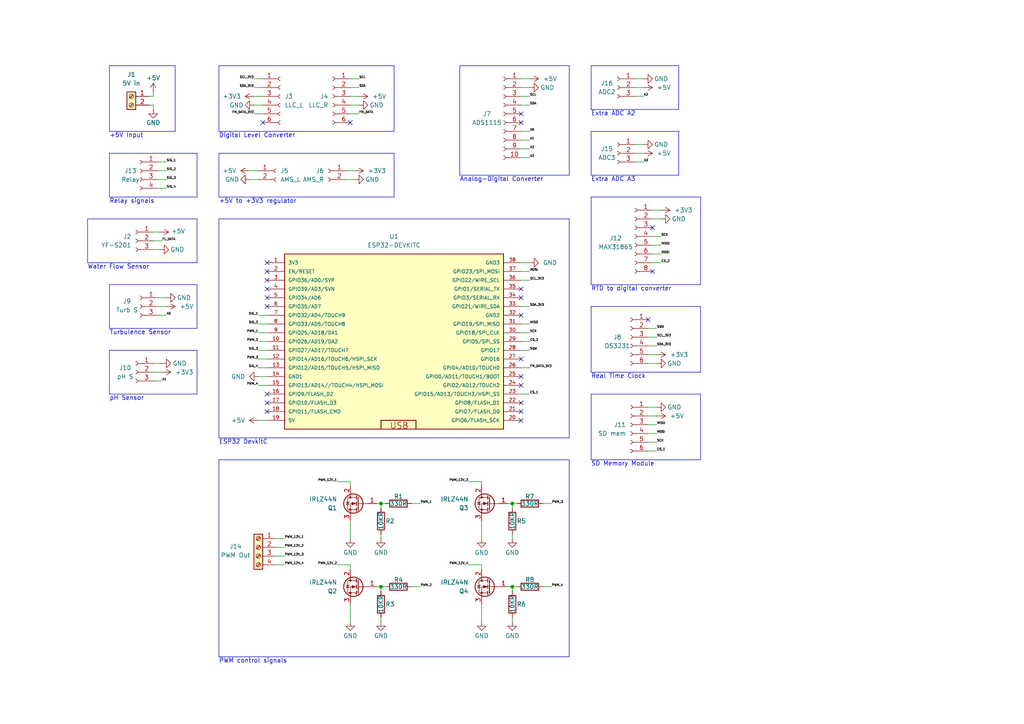
<source format=kicad_sch>
(kicad_sch (version 20250114) (generator "eeschema") (generator_version "9.0")
  (paper "A4")
  (lib_symbols
    (symbol "Connector:Conn_01x02_Socket" (pin_names (offset 1.016) (hide yes))
      (property "Reference" "J" (at 0 2.54 0))
      (property "Value" "Conn_01x02_Socket" (at 0 -5.08 0))
      (symbol "Conn_01x02_Socket_1_1"
        (polyline (pts (xy -1.27 0) (xy -0.508 0)) (stroke (width 0.1524)))
        (polyline (pts (xy -1.27 -2.54) (xy -0.508 -2.54)) (stroke (width 0.1524)))
        (arc (start 0 -0.508) (mid -0.5058 0) (end 0 0.508) (stroke (width 0.1524)))
        (arc (start 0 -3.048) (mid -0.5058 -2.54) (end 0 -2.032) (stroke (width 0.1524)))
        (pin passive line (at -5.08 0 0) (length 3.81) (name "Pin_1") (number "1"))
        (pin passive line (at -5.08 -2.54 0) (length 3.81) (name "Pin_2") (number "2"))
      )
    )
    (symbol "Connector:Conn_01x03_Socket" (pin_names (offset 1.016) (hide yes))
      (property "Reference" "J" (at 0 5.08 0))
      (property "Value" "Conn_01x03_Socket" (at 0 -5.08 0))
      (symbol "Conn_01x03_Socket_1_1"
        (polyline (pts (xy -1.27 2.54) (xy -0.508 2.54)) (stroke (width 0.1524)))
        (polyline (pts (xy -1.27 0) (xy -0.508 0)) (stroke (width 0.1524)))
        (polyline (pts (xy -1.27 -2.54) (xy -0.508 -2.54)) (stroke (width 0.1524)))
        (arc (start 0 2.032) (mid -0.5058 2.54) (end 0 3.048) (stroke (width 0.1524)))
        (arc (start 0 -0.508) (mid -0.5058 0) (end 0 0.508) (stroke (width 0.1524)))
        (arc (start 0 -3.048) (mid -0.5058 -2.54) (end 0 -2.032) (stroke (width 0.1524)))
        (pin passive line (at -5.08 2.54 0) (length 3.81) (name "Pin_1") (number "1"))
        (pin passive line (at -5.08 0 0) (length 3.81) (name "Pin_2") (number "2"))
        (pin passive line (at -5.08 -2.54 0) (length 3.81) (name "Pin_3") (number "3"))
      )
    )
    (symbol "Connector:Conn_01x04_Socket" (pin_names (offset 1.016) (hide yes))
      (property "Reference" "J" (at 0 5.08 0))
      (property "Value" "Conn_01x04_Socket" (at 0 -7.62 0))
      (symbol "Conn_01x04_Socket_1_1"
        (polyline (pts (xy -1.27 2.54) (xy -0.508 2.54)) (stroke (width 0.1524)))
        (polyline (pts (xy -1.27 0) (xy -0.508 0)) (stroke (width 0.1524)))
        (polyline (pts (xy -1.27 -2.54) (xy -0.508 -2.54)) (stroke (width 0.1524)))
        (polyline (pts (xy -1.27 -5.08) (xy -0.508 -5.08)) (stroke (width 0.1524)))
        (arc (start 0 2.032) (mid -0.5058 2.54) (end 0 3.048) (stroke (width 0.1524)))
        (arc (start 0 -0.508) (mid -0.5058 0) (end 0 0.508) (stroke (width 0.1524)))
        (arc (start 0 -3.048) (mid -0.5058 -2.54) (end 0 -2.032) (stroke (width 0.1524)))
        (arc (start 0 -5.588) (mid -0.5058 -5.08) (end 0 -4.572) (stroke (width 0.1524)))
        (pin passive line (at -5.08 2.54 0) (length 3.81) (name "Pin_1") (number "1"))
        (pin passive line (at -5.08 0 0) (length 3.81) (name "Pin_2") (number "2"))
        (pin passive line (at -5.08 -2.54 0) (length 3.81) (name "Pin_3") (number "3"))
        (pin passive line (at -5.08 -5.08 0) (length 3.81) (name "Pin_4") (number "4"))
      )
    )
    (symbol "Connector:Conn_01x06_Socket" (pin_names (offset 1.016) (hide yes))
      (property "Reference" "J" (at 0 7.62 0))
      (property "Value" "Conn_01x06_Socket" (at 0 -10.16 0))
      (symbol "Conn_01x06_Socket_1_1"
        (polyline (pts (xy -1.27 5.08) (xy -0.508 5.08)) (stroke (width 0.1524)))
        (polyline (pts (xy -1.27 2.54) (xy -0.508 2.54)) (stroke (width 0.1524)))
        (polyline (pts (xy -1.27 0) (xy -0.508 0)) (stroke (width 0.1524)))
        (polyline (pts (xy -1.27 -2.54) (xy -0.508 -2.54)) (stroke (width 0.1524)))
        (polyline (pts (xy -1.27 -5.08) (xy -0.508 -5.08)) (stroke (width 0.1524)))
        (polyline (pts (xy -1.27 -7.62) (xy -0.508 -7.62)) (stroke (width 0.1524)))
        (arc (start 0 4.572) (mid -0.5058 5.08) (end 0 5.588) (stroke (width 0.1524)))
        (arc (start 0 2.032) (mid -0.5058 2.54) (end 0 3.048) (stroke (width 0.1524)))
        (arc (start 0 -0.508) (mid -0.5058 0) (end 0 0.508) (stroke (width 0.1524)))
        (arc (start 0 -3.048) (mid -0.5058 -2.54) (end 0 -2.032) (stroke (width 0.1524)))
        (arc (start 0 -5.588) (mid -0.5058 -5.08) (end 0 -4.572) (stroke (width 0.1524)))
        (arc (start 0 -8.128) (mid -0.5058 -7.62) (end 0 -7.112) (stroke (width 0.1524)))
        (pin passive line (at -5.08 5.08 0) (length 3.81) (name "Pin_1") (number "1"))
        (pin passive line (at -5.08 2.54 0) (length 3.81) (name "Pin_2") (number "2"))
        (pin passive line (at -5.08 0 0) (length 3.81) (name "Pin_3") (number "3"))
        (pin passive line (at -5.08 -2.54 0) (length 3.81) (name "Pin_4") (number "4"))
        (pin passive line (at -5.08 -5.08 0) (length 3.81) (name "Pin_5") (number "5"))
        (pin passive line (at -5.08 -7.62 0) (length 3.81) (name "Pin_6") (number "6"))
      )
    )
    (symbol "Connector:Conn_01x08_Socket" (pin_names (offset 1.016) (hide yes))
      (property "Reference" "J" (at 0 10.16 0))
      (property "Value" "Conn_01x08_Socket" (at 0 -12.7 0))
      (symbol "Conn_01x08_Socket_1_1"
        (polyline (pts (xy -1.27 7.62) (xy -0.508 7.62)) (stroke (width 0.1524)))
        (polyline (pts (xy -1.27 5.08) (xy -0.508 5.08)) (stroke (width 0.1524)))
        (polyline (pts (xy -1.27 2.54) (xy -0.508 2.54)) (stroke (width 0.1524)))
        (polyline (pts (xy -1.27 0) (xy -0.508 0)) (stroke (width 0.1524)))
        (polyline (pts (xy -1.27 -2.54) (xy -0.508 -2.54)) (stroke (width 0.1524)))
        (polyline (pts (xy -1.27 -5.08) (xy -0.508 -5.08)) (stroke (width 0.1524)))
        (polyline (pts (xy -1.27 -7.62) (xy -0.508 -7.62)) (stroke (width 0.1524)))
        (polyline (pts (xy -1.27 -10.16) (xy -0.508 -10.16)) (stroke (width 0.1524)))
        (arc (start 0 7.112) (mid -0.5058 7.62) (end 0 8.128) (stroke (width 0.1524)))
        (arc (start 0 4.572) (mid -0.5058 5.08) (end 0 5.588) (stroke (width 0.1524)))
        (arc (start 0 2.032) (mid -0.5058 2.54) (end 0 3.048) (stroke (width 0.1524)))
        (arc (start 0 -0.508) (mid -0.5058 0) (end 0 0.508) (stroke (width 0.1524)))
        (arc (start 0 -3.048) (mid -0.5058 -2.54) (end 0 -2.032) (stroke (width 0.1524)))
        (arc (start 0 -5.588) (mid -0.5058 -5.08) (end 0 -4.572) (stroke (width 0.1524)))
        (arc (start 0 -8.128) (mid -0.5058 -7.62) (end 0 -7.112) (stroke (width 0.1524)))
        (arc (start 0 -10.668) (mid -0.5058 -10.16) (end 0 -9.652) (stroke (width 0.1524)))
        (pin passive line (at -5.08 7.62 0) (length 3.81) (name "Pin_1") (number "1"))
        (pin passive line (at -5.08 5.08 0) (length 3.81) (name "Pin_2") (number "2"))
        (pin passive line (at -5.08 2.54 0) (length 3.81) (name "Pin_3") (number "3"))
        (pin passive line (at -5.08 0 0) (length 3.81) (name "Pin_4") (number "4"))
        (pin passive line (at -5.08 -2.54 0) (length 3.81) (name "Pin_5") (number "5"))
        (pin passive line (at -5.08 -5.08 0) (length 3.81) (name "Pin_6") (number "6"))
        (pin passive line (at -5.08 -7.62 0) (length 3.81) (name "Pin_7") (number "7"))
        (pin passive line (at -5.08 -10.16 0) (length 3.81) (name "Pin_8") (number "8"))
      )
    )
    (symbol "Connector:Conn_01x10_Socket" (pin_names (offset 1.016) (hide yes))
      (property "Reference" "J" (at 0 12.7 0))
      (property "Value" "Conn_01x10_Socket" (at 0 -15.24 0))
      (symbol "Conn_01x10_Socket_1_1"
        (polyline (pts (xy -1.27 10.16) (xy -0.508 10.16)) (stroke (width 0.1524)))
        (polyline (pts (xy -1.27 7.62) (xy -0.508 7.62)) (stroke (width 0.1524)))
        (polyline (pts (xy -1.27 5.08) (xy -0.508 5.08)) (stroke (width 0.1524)))
        (polyline (pts (xy -1.27 2.54) (xy -0.508 2.54)) (stroke (width 0.1524)))
        (polyline (pts (xy -1.27 0) (xy -0.508 0)) (stroke (width 0.1524)))
        (polyline (pts (xy -1.27 -2.54) (xy -0.508 -2.54)) (stroke (width 0.1524)))
        (polyline (pts (xy -1.27 -5.08) (xy -0.508 -5.08)) (stroke (width 0.1524)))
        (polyline (pts (xy -1.27 -7.62) (xy -0.508 -7.62)) (stroke (width 0.1524)))
        (polyline (pts (xy -1.27 -10.16) (xy -0.508 -10.16)) (stroke (width 0.1524)))
        (polyline (pts (xy -1.27 -12.7) (xy -0.508 -12.7)) (stroke (width 0.1524)))
        (arc (start 0 9.652) (mid -0.5058 10.16) (end 0 10.668) (stroke (width 0.1524)))
        (arc (start 0 7.112) (mid -0.5058 7.62) (end 0 8.128) (stroke (width 0.1524)))
        (arc (start 0 4.572) (mid -0.5058 5.08) (end 0 5.588) (stroke (width 0.1524)))
        (arc (start 0 2.032) (mid -0.5058 2.54) (end 0 3.048) (stroke (width 0.1524)))
        (arc (start 0 -0.508) (mid -0.5058 0) (end 0 0.508) (stroke (width 0.1524)))
        (arc (start 0 -3.048) (mid -0.5058 -2.54) (end 0 -2.032) (stroke (width 0.1524)))
        (arc (start 0 -5.588) (mid -0.5058 -5.08) (end 0 -4.572) (stroke (width 0.1524)))
        (arc (start 0 -8.128) (mid -0.5058 -7.62) (end 0 -7.112) (stroke (width 0.1524)))
        (arc (start 0 -10.668) (mid -0.5058 -10.16) (end 0 -9.652) (stroke (width 0.1524)))
        (arc (start 0 -13.208) (mid -0.5058 -12.7) (end 0 -12.192) (stroke (width 0.1524)))
        (pin passive line (at -5.08 10.16 0) (length 3.81) (name "Pin_1") (number "1"))
        (pin passive line (at -5.08 7.62 0) (length 3.81) (name "Pin_2") (number "2"))
        (pin passive line (at -5.08 5.08 0) (length 3.81) (name "Pin_3") (number "3"))
        (pin passive line (at -5.08 2.54 0) (length 3.81) (name "Pin_4") (number "4"))
        (pin passive line (at -5.08 0 0) (length 3.81) (name "Pin_5") (number "5"))
        (pin passive line (at -5.08 -2.54 0) (length 3.81) (name "Pin_6") (number "6"))
        (pin passive line (at -5.08 -5.08 0) (length 3.81) (name "Pin_7") (number "7"))
        (pin passive line (at -5.08 -7.62 0) (length 3.81) (name "Pin_8") (number "8"))
        (pin passive line (at -5.08 -10.16 0) (length 3.81) (name "Pin_9") (number "9"))
        (pin passive line (at -5.08 -12.7 0) (length 3.81) (name "Pin_10") (number "10"))
      )
    )
    (symbol "Connector:Screw_Terminal_01x02" (pin_names (offset 1.016) (hide yes))
      (property "Reference" "J" (at 0 2.54 0))
      (property "Value" "Screw_Terminal_01x02" (at 0 -5.08 0))
      (symbol "Screw_Terminal_01x02_1_1"
        (rectangle (start -1.27 1.27) (end 1.27 -3.81) (stroke (width 0.254)) (fill (type background)))
        (polyline (pts (xy -0.5334 0.3302) (xy 0.3302 -0.508)) (stroke (width 0.1524)))
        (polyline (pts (xy -0.5334 -2.2098) (xy 0.3302 -3.048)) (stroke (width 0.1524)))
        (polyline (pts (xy -0.3556 0.508) (xy 0.508 -0.3302)) (stroke (width 0.1524)))
        (polyline (pts (xy -0.3556 -2.032) (xy 0.508 -2.8702)) (stroke (width 0.1524)))
        (circle (center 0 0) (radius 0.635) (stroke (width 0.1524)))
        (circle (center 0 -2.54) (radius 0.635) (stroke (width 0.1524)))
        (pin passive line (at -5.08 0 0) (length 3.81) (name "Pin_1") (number "1"))
        (pin passive line (at -5.08 -2.54 0) (length 3.81) (name "Pin_2") (number "2"))
      )
    )
    (symbol "Connector:Screw_Terminal_01x04" (pin_names (offset 1.016) (hide yes))
      (property "Reference" "J" (at 0 5.08 0))
      (property "Value" "Screw_Terminal_01x04" (at 0 -7.62 0))
      (symbol "Screw_Terminal_01x04_1_1"
        (rectangle (start -1.27 3.81) (end 1.27 -6.35) (stroke (width 0.254)) (fill (type background)))
        (polyline (pts (xy -0.5334 2.8702) (xy 0.3302 2.032)) (stroke (width 0.1524)))
        (polyline (pts (xy -0.5334 0.3302) (xy 0.3302 -0.508)) (stroke (width 0.1524)))
        (polyline (pts (xy -0.5334 -2.2098) (xy 0.3302 -3.048)) (stroke (width 0.1524)))
        (polyline (pts (xy -0.5334 -4.7498) (xy 0.3302 -5.588)) (stroke (width 0.1524)))
        (polyline (pts (xy -0.3556 3.048) (xy 0.508 2.2098)) (stroke (width 0.1524)))
        (polyline (pts (xy -0.3556 0.508) (xy 0.508 -0.3302)) (stroke (width 0.1524)))
        (polyline (pts (xy -0.3556 -2.032) (xy 0.508 -2.8702)) (stroke (width 0.1524)))
        (polyline (pts (xy -0.3556 -4.572) (xy 0.508 -5.4102)) (stroke (width 0.1524)))
        (circle (center 0 2.54) (radius 0.635) (stroke (width 0.1524)))
        (circle (center 0 0) (radius 0.635) (stroke (width 0.1524)))
        (circle (center 0 -2.54) (radius 0.635) (stroke (width 0.1524)))
        (circle (center 0 -5.08) (radius 0.635) (stroke (width 0.1524)))
        (pin passive line (at -5.08 2.54 0) (length 3.81) (name "Pin_1") (number "1"))
        (pin passive line (at -5.08 0 0) (length 3.81) (name "Pin_2") (number "2"))
        (pin passive line (at -5.08 -2.54 0) (length 3.81) (name "Pin_3") (number "3"))
        (pin passive line (at -5.08 -5.08 0) (length 3.81) (name "Pin_4") (number "4"))
      )
    )
    (symbol "Device:R" (pin_numbers (hide yes)) (pin_names (offset 0))
      (property "Reference" "R" (at 2.032 0 90))
      (property "Value" "R" (at 0 0 90))
      (symbol "R_0_1"
        (rectangle (start -1.016 -2.54) (end 1.016 2.54) (stroke (width 0.254)))
      )
      (symbol "R_1_1"
        (pin passive line (at 0 3.81 270) (length 1.27) (name "~") (number "1"))
        (pin passive line (at 0 -3.81 90) (length 1.27) (name "~") (number "2"))
      )
    )
    (symbol "ESP32-DEVKITC:ESP32-DEVKITC" (pin_names (offset 1.016))
      (property "Reference" "U" (at 0 0 0))
      (property "Value" "ESP32-DEVKITC" (at 0 0 0))
      (symbol "ESP32-DEVKITC_0_0"
        (rectangle (start -25.4 -22.86) (end 38.1 27.94) (stroke (width 0.254)) (fill (type background)))
        (polyline (pts (xy 2.54 -20.32) (xy 12.7 -20.32)) (stroke (width 0.254)))
        (polyline (pts (xy 2.54 -22.86) (xy 2.54 -20.32)) (stroke (width 0.254)))
        (polyline (pts (xy 12.7 -20.32) (xy 12.7 -22.86)) (stroke (width 0.254)))
        (text "USB" (at 5.08 -22.86 0) (effects (font (size 1.778 1.778)) (justify left bottom)))
        (pin bidirectional line (at -30.48 25.4 0) (length 5.08) (name "3V3") (number "1"))
        (pin bidirectional line (at -30.48 22.86 0) (length 5.08) (name "EN/RESET") (number "2"))
        (pin bidirectional line (at -30.48 20.32 0) (length 5.08) (name "GPIO36/AD0/SVP") (number "3"))
        (pin bidirectional line (at -30.48 17.78 0) (length 5.08) (name "GPIO39/AD3/SVN") (number "4"))
        (pin bidirectional line (at -30.48 15.24 0) (length 5.08) (name "GPIO34/AD6") (number "5"))
        (pin bidirectional line (at -30.48 12.7 0) (length 5.08) (name "GPIO35/AD7") (number "6"))
        (pin bidirectional line (at -30.48 10.16 0) (length 5.08) (name "GPIO32/AD4/TOUCH9") (number "7"))
        (pin bidirectional line (at -30.48 7.62 0) (length 5.08) (name "GPIO33/AD5/TOUCH8") (number "8"))
        (pin bidirectional line (at -30.48 5.08 0) (length 5.08) (name "GPIO25/AD18/DA1") (number "9"))
        (pin bidirectional line (at -30.48 2.54 0) (length 5.08) (name "GPIO26/AD19/DA2") (number "10"))
        (pin bidirectional line (at -30.48 0 0) (length 5.08) (name "GPIO27/AD17/TOUCH7") (number "11"))
        (pin bidirectional line (at -30.48 -2.54 0) (length 5.08) (name "GPIO14/AD16/TOUCH6/HSPI_SCK") (number "12"))
        (pin bidirectional line (at -30.48 -5.08 0) (length 5.08) (name "GPIO12/AD15/TOUCH5/HSPI_MISO") (number "13"))
        (pin bidirectional line (at -30.48 -7.62 0) (length 5.08) (name "GND1") (number "14"))
        (pin bidirectional line (at -30.48 -10.16 0) (length 5.08) (name "GPIO13/AD14//TOUCH4/HSPI_MOSI") (number "15"))
        (pin bidirectional line (at -30.48 -12.7 0) (length 5.08) (name "GPIO9/FLASH_D2") (number "16"))
        (pin bidirectional line (at -30.48 -15.24 0) (length 5.08) (name "GPIO10/FLASH_D3") (number "17"))
        (pin bidirectional line (at -30.48 -17.78 0) (length 5.08) (name "GPIO11/FLASH_CMD") (number "18"))
        (pin bidirectional line (at -30.48 -20.32 0) (length 5.08) (name "5V") (number "19"))
        (pin bidirectional line (at 43.18 25.4 180) (length 5.08) (name "GND3") (number "38"))
        (pin bidirectional line (at 43.18 22.86 180) (length 5.08) (name "GPIO23/SPI_MOSI") (number "37"))
        (pin bidirectional line (at 43.18 20.32 180) (length 5.08) (name "GPIO22/WIRE_SCL") (number "36"))
        (pin bidirectional line (at 43.18 17.78 180) (length 5.08) (name "GPIO1/SERIAL_TX") (number "35"))
        (pin bidirectional line (at 43.18 15.24 180) (length 5.08) (name "GPIO3/SERIAL_RX") (number "34"))
        (pin bidirectional line (at 43.18 12.7 180) (length 5.08) (name "GPIO21/WIRE_SDA") (number "33"))
        (pin bidirectional line (at 43.18 10.16 180) (length 5.08) (name "GND2") (number "32"))
        (pin bidirectional line (at 43.18 7.62 180) (length 5.08) (name "GPIO19/SPI_MISO") (number "31"))
        (pin bidirectional line (at 43.18 5.08 180) (length 5.08) (name "GPIO18/SPI_CLK") (number "30"))
        (pin bidirectional line (at 43.18 2.54 180) (length 5.08) (name "GPIO5/SPI_SS") (number "29"))
        (pin bidirectional line (at 43.18 0 180) (length 5.08) (name "GPIO17") (number "28"))
        (pin bidirectional line (at 43.18 -2.54 180) (length 5.08) (name "GPIO16") (number "27"))
        (pin bidirectional line (at 43.18 -5.08 180) (length 5.08) (name "GPIO4/AD10/TOUCH0") (number "26"))
        (pin bidirectional line (at 43.18 -7.62 180) (length 5.08) (name "GPIO0/AD11/TOUCH1/BOOT") (number "25"))
        (pin bidirectional line (at 43.18 -10.16 180) (length 5.08) (name "GPIO2/AD12/TOUCH2") (number "24"))
        (pin bidirectional line (at 43.18 -12.7 180) (length 5.08) (name "GPIO15/AD13/TOUCH3/HSPI_SS") (number "23"))
        (pin bidirectional line (at 43.18 -15.24 180) (length 5.08) (name "GPIO8/FLASH_D1") (number "22"))
        (pin bidirectional line (at 43.18 -17.78 180) (length 5.08) (name "GPIO7/FLASH_D0") (number "21"))
        (pin bidirectional line (at 43.18 -20.32 180) (length 5.08) (name "GPIO6/FLASH_SCK") (number "20"))
      )
    )
    (symbol "Transistor_FET:IRLZ44N" (pin_names (hide yes))
      (property "Reference" "Q" (at 5.08 1.905 0))
      (property "Value" "IRLZ44N" (at 5.08 0 0))
      (symbol "IRLZ44N_0_1"
        (polyline (pts (xy 0.254 1.905) (xy 0.254 -1.905)) (stroke (width 0.254)))
        (polyline (pts (xy 0.254 0) (xy -2.54 0)))
        (polyline (pts (xy 0.762 2.286) (xy 0.762 1.27)) (stroke (width 0.254)))
        (polyline (pts (xy 0.762 0.508) (xy 0.762 -0.508)) (stroke (width 0.254)))
        (polyline (pts (xy 0.762 -1.27) (xy 0.762 -2.286)) (stroke (width 0.254)))
        (polyline (pts (xy 0.762 -1.778) (xy 3.302 -1.778) (xy 3.302 1.778) (xy 0.762 1.778)))
        (polyline (pts (xy 1.016 0) (xy 2.032 0.381) (xy 2.032 -0.381) (xy 1.016 0)) (fill (type outline)))
        (circle (center 1.651 0) (radius 2.794) (stroke (width 0.254)))
        (polyline (pts (xy 2.54 2.54) (xy 2.54 1.778)))
        (circle (center 2.54 1.778) (radius 0.254) (fill (type outline)))
        (circle (center 2.54 -1.778) (radius 0.254) (fill (type outline)))
        (polyline (pts (xy 2.54 -2.54) (xy 2.54 0) (xy 0.762 0)))
        (polyline (pts (xy 2.794 0.508) (xy 2.921 0.381) (xy 3.683 0.381) (xy 3.81 0.254)))
        (polyline (pts (xy 3.302 0.381) (xy 2.921 -0.254) (xy 3.683 -0.254) (xy 3.302 0.381)))
      )
      (symbol "IRLZ44N_1_1"
        (pin input line (at -5.08 0 0) (length 2.54) (name "G") (number "1"))
        (pin passive line (at 2.54 5.08 270) (length 2.54) (name "D") (number "2"))
        (pin passive line (at 2.54 -5.08 90) (length 2.54) (name "S") (number "3"))
      )
    )
    (symbol "power:+3V3" (power) (pin_numbers (hide yes)) (pin_names (offset 0) (hide yes))
      (property "Value" "+3V3" (at 0 3.556 0))
      (symbol "+3V3_0_1"
        (polyline (pts (xy -0.762 1.27) (xy 0 2.54)))
        (polyline (pts (xy 0 2.54) (xy 0.762 1.27)))
        (polyline (pts (xy 0 0) (xy 0 2.54)))
      )
      (symbol "+3V3_1_1"
        (pin power_in line (at 0 0 90) (length 0) (name "~") (number "1"))
      )
    )
    (symbol "power:+5V" (power) (pin_numbers (hide yes)) (pin_names (offset 0) (hide yes))
      (property "Value" "+5V" (at 0 3.556 0))
      (symbol "+5V_0_1"
        (polyline (pts (xy -0.762 1.27) (xy 0 2.54)))
        (polyline (pts (xy 0 2.54) (xy 0.762 1.27)))
        (polyline (pts (xy 0 0) (xy 0 2.54)))
      )
      (symbol "+5V_1_1"
        (pin power_in line (at 0 0 90) (length 0) (name "~") (number "1"))
      )
    )
    (symbol "power:GND" (power) (pin_numbers (hide yes)) (pin_names (offset 0) (hide yes))
      (property "Value" "GND" (at 0 -3.81 0))
      (symbol "GND_0_1"
        (polyline (pts (xy 0 0) (xy 0 -1.27) (xy 1.27 -1.27) (xy 0 -2.54) (xy -1.27 -1.27) (xy 0 -1.27)))
      )
      (symbol "GND_1_1"
        (pin power_in line (at 0 0 270) (length 0) (name "~") (number "1"))
      )
    )
  )
  (text "Turbulence Sensor" (at 31.75 96.52 0) (effects (font (size 1.27 1.27)) (justify left)))
  (text "PWM control signals" (at 63.5 191.77 0) (effects (font (size 1.27 1.27)) (justify left)))
  (text "+5V to +3V3 regulator" (at 63.5 58.42 0) (effects (font (size 1.27 1.27)) (justify left)))
  (text "+5V Input" (at 31.75 39.37 0) (effects (font (size 1.27 1.27)) (justify left)))
  (text "RTD to digital converter" (at 171.45 83.82 0) (effects (font (size 1.27 1.27)) (justify left)))
  (text "pH Sensor" (at 31.75 115.57 0) (effects (font (size 1.27 1.27)) (justify left)))
  (text "Analog-Digital Converter" (at 133.35 52.07 0) (effects (font (size 1.27 1.27)) (justify left)))
  (text "Relay signals" (at 31.75 58.42 0) (effects (font (size 1.27 1.27)) (justify left)))
  (text "Extra ADC A3" (at 171.45 52.07 0) (effects (font (size 1.27 1.27)) (justify left)))
  (text "SD Memory Module" (at 171.45 134.62 0) (effects (font (size 1.27 1.27)) (justify left)))
  (text "Real Time Clock" (at 171.45 109.22 0) (effects (font (size 1.27 1.27)) (justify left)))
  (text "ESP32 DevkitC" (at 63.5 128.27 0) (effects (font (size 1.27 1.27)) (justify left)))
  (text "Digital Level Converter" (at 63.5 39.37 0) (effects (font (size 1.27 1.27)) (justify left)))
  (text "Extra ADC A2" (at 171.45 33.02 0) (effects (font (size 1.27 1.27)) (justify left)))
  (text "Water Flow Sensor" (at 25.4 77.47 0) (effects (font (size 1.27 1.27)) (justify left)))
  (junction (at 110.49 146.05))
  (junction (at 148.59 170.18))
  (junction (at 148.59 146.05))
  (junction (at 110.49 170.18))
  (no_connect (at 151.13 83.82))
  (no_connect (at 151.13 111.76))
  (no_connect (at 151.13 116.84))
  (no_connect (at 151.13 104.14))
  (no_connect (at 189.23 78.74))
  (no_connect (at 77.47 114.3))
  (no_connect (at 151.13 121.92))
  (no_connect (at 189.23 66.04))
  (no_connect (at 77.47 86.36))
  (no_connect (at 77.47 81.28))
  (no_connect (at 151.13 91.44))
  (no_connect (at 77.47 88.9))
  (no_connect (at 151.13 119.38))
  (no_connect (at 76.2 35.56))
  (no_connect (at 77.47 119.38))
  (no_connect (at 101.6 35.56))
  (no_connect (at 187.96 92.71))
  (no_connect (at 151.13 109.22))
  (no_connect (at 77.47 116.84))
  (no_connect (at 77.47 76.2))
  (no_connect (at 151.13 35.56))
  (no_connect (at 151.13 86.36))
  (no_connect (at 151.13 33.02))
  (no_connect (at 77.47 83.82))
  (no_connect (at 77.47 78.74))
  (wire (pts (xy 97.79 163.83) (xy 101.6 163.83)))
  (wire (pts (xy 74.93 121.92) (xy 77.47 121.92)))
  (wire (pts (xy 76.2 22.86) (xy 73.66 22.86)))
  (wire (pts (xy 45.72 54.61) (xy 48.26 54.61)))
  (wire (pts (xy 187.96 105.41) (xy 190.5 105.41)))
  (wire (pts (xy 45.72 86.36) (xy 48.26 86.36)))
  (wire (pts (xy 77.47 104.14) (xy 74.93 104.14)))
  (wire (pts (xy 43.18 30.48) (xy 44.45 30.48)))
  (wire (pts (xy 135.89 163.83) (xy 139.7 163.83)))
  (polyline (pts (xy 196.85 31.75) (xy 196.85 19.05)))
  (wire (pts (xy 189.23 68.58) (xy 191.77 68.58)))
  (wire (pts (xy 45.72 91.44) (xy 48.26 91.44)))
  (wire (pts (xy 101.6 22.86) (xy 104.14 22.86)))
  (polyline (pts (xy 63.5 19.05) (xy 63.5 38.1)))
  (wire (pts (xy 187.96 128.27) (xy 190.5 128.27)))
  (wire (pts (xy 187.96 97.79) (xy 190.5 97.79)))
  (wire (pts (xy 184.15 27.94) (xy 186.69 27.94)))
  (polyline (pts (xy 203.2 133.35) (xy 203.2 114.3)))
  (polyline (pts (xy 63.5 44.45) (xy 114.3 44.45)))
  (polyline (pts (xy 31.75 82.55) (xy 31.75 95.25)))
  (wire (pts (xy 44.45 30.48) (xy 44.45 31.75)))
  (wire (pts (xy 187.96 120.65) (xy 190.5 120.65)))
  (wire (pts (xy 73.66 33.02) (xy 76.2 33.02)))
  (wire (pts (xy 101.6 165.1) (xy 101.6 163.83)))
  (polyline (pts (xy 171.45 88.9) (xy 203.2 88.9)))
  (wire (pts (xy 151.13 96.52) (xy 153.67 96.52)))
  (wire (pts (xy 139.7 140.97) (xy 139.7 139.7)))
  (polyline (pts (xy 57.15 114.3) (xy 57.15 101.6)))
  (polyline (pts (xy 31.75 57.15) (xy 57.15 57.15)))
  (wire (pts (xy 77.47 111.76) (xy 74.93 111.76)))
  (polyline (pts (xy 31.75 19.05) (xy 31.75 38.1)))
  (wire (pts (xy 45.72 88.9) (xy 48.26 88.9)))
  (wire (pts (xy 73.66 27.94) (xy 76.2 27.94)))
  (wire (pts (xy 151.13 45.72) (xy 153.67 45.72)))
  (wire (pts (xy 151.13 22.86) (xy 153.67 22.86)))
  (wire (pts (xy 151.13 114.3) (xy 153.67 114.3)))
  (wire (pts (xy 101.6 25.4) (xy 104.14 25.4)))
  (polyline (pts (xy 63.5 44.45) (xy 63.5 57.15)))
  (wire (pts (xy 97.79 139.7) (xy 101.6 139.7)))
  (polyline (pts (xy 57.15 95.25) (xy 57.15 82.55)))
  (wire (pts (xy 151.13 76.2) (xy 153.67 76.2)))
  (wire (pts (xy 189.23 76.2) (xy 191.77 76.2)))
  (polyline (pts (xy 114.3 38.1) (xy 114.3 19.05)))
  (polyline (pts (xy 165.1 63.5) (xy 63.5 63.5)))
  (wire (pts (xy 101.6 175.26) (xy 101.6 180.34)))
  (wire (pts (xy 148.59 146.05) (xy 149.86 146.05)))
  (wire (pts (xy 80.01 156.21) (xy 82.55 156.21)))
  (wire (pts (xy 189.23 60.96) (xy 191.77 60.96)))
  (wire (pts (xy 187.96 102.87) (xy 190.5 102.87)))
  (wire (pts (xy 151.13 38.1) (xy 153.67 38.1)))
  (wire (pts (xy 77.47 96.52) (xy 74.93 96.52)))
  (wire (pts (xy 77.47 99.06) (xy 74.93 99.06)))
  (polyline (pts (xy 31.75 19.05) (xy 50.8 19.05)))
  (polyline (pts (xy 196.85 50.8) (xy 196.85 38.1)))
  (wire (pts (xy 110.49 146.05) (xy 111.76 146.05)))
  (polyline (pts (xy 63.5 57.15) (xy 114.3 57.15)))
  (wire (pts (xy 184.15 46.99) (xy 186.69 46.99)))
  (wire (pts (xy 151.13 27.94) (xy 153.67 27.94)))
  (wire (pts (xy 119.38 146.05) (xy 121.92 146.05)))
  (wire (pts (xy 101.6 30.48) (xy 104.14 30.48)))
  (wire (pts (xy 110.49 170.18) (xy 111.76 170.18)))
  (wire (pts (xy 147.32 146.05) (xy 148.59 146.05)))
  (wire (pts (xy 157.48 170.18) (xy 160.02 170.18)))
  (wire (pts (xy 77.47 93.98) (xy 74.93 93.98)))
  (wire (pts (xy 151.13 101.6) (xy 153.67 101.6)))
  (wire (pts (xy 189.23 63.5) (xy 191.77 63.5)))
  (wire (pts (xy 153.67 106.68) (xy 151.13 106.68)))
  (polyline (pts (xy 31.75 82.55) (xy 57.15 82.55)))
  (polyline (pts (xy 171.45 57.15) (xy 203.2 57.15)))
  (polyline (pts (xy 31.75 101.6) (xy 31.75 114.3)))
  (wire (pts (xy 44.45 67.31) (xy 46.355 67.31)))
  (wire (pts (xy 119.38 170.18) (xy 121.92 170.18)))
  (wire (pts (xy 135.89 139.7) (xy 139.7 139.7)))
  (wire (pts (xy 109.22 170.18) (xy 110.49 170.18)))
  (polyline (pts (xy 57.15 76.2) (xy 57.15 63.5)))
  (wire (pts (xy 147.32 170.18) (xy 148.59 170.18)))
  (wire (pts (xy 148.59 146.05) (xy 148.59 147.32)))
  (wire (pts (xy 72.39 52.07) (xy 74.93 52.07)))
  (polyline (pts (xy 63.5 133.35) (xy 165.1 133.35)))
  (wire (pts (xy 74.93 109.22) (xy 77.47 109.22)))
  (wire (pts (xy 187.96 125.73) (xy 190.5 125.73)))
  (wire (pts (xy 100.33 49.53) (xy 102.87 49.53)))
  (wire (pts (xy 44.45 110.49) (xy 46.99 110.49)))
  (wire (pts (xy 151.13 43.18) (xy 153.67 43.18)))
  (polyline (pts (xy 171.45 19.05) (xy 196.85 19.05)))
  (wire (pts (xy 44.45 72.39) (xy 46.355 72.39)))
  (wire (pts (xy 151.13 93.98) (xy 153.67 93.98)))
  (wire (pts (xy 151.13 30.48) (xy 153.67 30.48)))
  (wire (pts (xy 139.7 175.26) (xy 139.7 180.34)))
  (polyline (pts (xy 171.45 38.1) (xy 196.85 38.1)))
  (wire (pts (xy 43.18 27.94) (xy 44.45 27.94)))
  (polyline (pts (xy 203.2 107.95) (xy 171.45 107.95)))
  (polyline (pts (xy 63.5 19.05) (xy 114.3 19.05)))
  (polyline (pts (xy 25.4 63.5) (xy 25.4 76.2)))
  (wire (pts (xy 73.66 30.48) (xy 76.2 30.48)))
  (polyline (pts (xy 171.45 57.15) (xy 171.45 82.55)))
  (wire (pts (xy 151.13 88.9) (xy 153.67 88.9)))
  (wire (pts (xy 45.72 52.07) (xy 48.26 52.07)))
  (polyline (pts (xy 203.2 88.9) (xy 203.2 107.95)))
  (wire (pts (xy 187.96 95.25) (xy 190.5 95.25)))
  (wire (pts (xy 148.59 170.18) (xy 149.86 170.18)))
  (wire (pts (xy 101.6 140.97) (xy 101.6 139.7)))
  (polyline (pts (xy 31.75 114.3) (xy 57.15 114.3)))
  (polyline (pts (xy 31.75 44.45) (xy 57.15 44.45)))
  (wire (pts (xy 100.33 52.07) (xy 102.87 52.07)))
  (wire (pts (xy 184.15 25.4) (xy 186.69 25.4)))
  (wire (pts (xy 44.45 26.67) (xy 44.45 27.94)))
  (polyline (pts (xy 63.5 63.5) (xy 63.5 127)))
  (wire (pts (xy 151.13 25.4) (xy 153.67 25.4)))
  (polyline (pts (xy 63.5 38.1) (xy 114.3 38.1)))
  (polyline (pts (xy 171.45 82.55) (xy 203.2 82.55)))
  (polyline (pts (xy 165.1 127) (xy 165.1 63.5)))
  (wire (pts (xy 187.96 100.33) (xy 190.5 100.33)))
  (wire (pts (xy 45.72 46.99) (xy 48.26 46.99)))
  (polyline (pts (xy 203.2 82.55) (xy 203.2 57.15)))
  (polyline (pts (xy 171.45 133.35) (xy 203.2 133.35)))
  (wire (pts (xy 189.23 73.66) (xy 191.77 73.66)))
  (wire (pts (xy 77.47 101.6) (xy 74.93 101.6)))
  (wire (pts (xy 80.01 158.75) (xy 82.55 158.75)))
  (wire (pts (xy 187.96 123.19) (xy 190.5 123.19)))
  (polyline (pts (xy 165.1 190.5) (xy 165.1 133.35)))
  (polyline (pts (xy 63.5 190.5) (xy 165.1 190.5)))
  (wire (pts (xy 76.2 25.4) (xy 73.66 25.4)))
  (wire (pts (xy 148.59 179.07) (xy 148.59 180.34)))
  (polyline (pts (xy 171.45 88.9) (xy 171.45 107.95)))
  (polyline (pts (xy 171.45 114.3) (xy 203.2 114.3)))
  (polyline (pts (xy 171.45 50.8) (xy 196.85 50.8)))
  (wire (pts (xy 44.45 105.41) (xy 46.99 105.41)))
  (wire (pts (xy 148.59 170.18) (xy 148.59 171.45)))
  (polyline (pts (xy 31.75 44.45) (xy 31.75 57.15)))
  (wire (pts (xy 148.59 154.94) (xy 148.59 156.21)))
  (wire (pts (xy 101.6 27.94) (xy 104.14 27.94)))
  (wire (pts (xy 187.96 118.11) (xy 190.5 118.11)))
  (wire (pts (xy 184.15 22.86) (xy 186.69 22.86)))
  (polyline (pts (xy 133.35 19.05) (xy 165.1 19.05)))
  (wire (pts (xy 77.47 106.68) (xy 74.93 106.68)))
  (wire (pts (xy 77.47 91.44) (xy 74.93 91.44)))
  (wire (pts (xy 139.7 165.1) (xy 139.7 163.83)))
  (wire (pts (xy 72.39 49.53) (xy 74.93 49.53)))
  (wire (pts (xy 45.72 49.53) (xy 48.26 49.53)))
  (wire (pts (xy 151.13 81.28) (xy 153.67 81.28)))
  (polyline (pts (xy 133.35 50.8) (xy 165.1 50.8)))
  (wire (pts (xy 151.13 78.74) (xy 153.67 78.74)))
  (polyline (pts (xy 171.45 31.75) (xy 196.85 31.75)))
  (wire (pts (xy 110.49 146.05) (xy 110.49 147.32)))
  (polyline (pts (xy 165.1 50.8) (xy 165.1 19.05)))
  (polyline (pts (xy 25.4 76.2) (xy 57.15 76.2)))
  (polyline (pts (xy 114.3 57.15) (xy 114.3 44.45)))
  (polyline (pts (xy 50.8 38.1) (xy 31.75 38.1)))
  (polyline (pts (xy 31.75 95.25) (xy 57.15 95.25)))
  (wire (pts (xy 151.13 40.64) (xy 153.67 40.64)))
  (wire (pts (xy 110.49 154.94) (xy 110.49 156.21)))
  (wire (pts (xy 80.01 161.29) (xy 82.55 161.29)))
  (wire (pts (xy 101.6 151.13) (xy 101.6 156.21)))
  (polyline (pts (xy 171.45 19.05) (xy 171.45 31.75)))
  (polyline (pts (xy 171.45 114.3) (xy 171.45 133.35)))
  (wire (pts (xy 110.49 170.18) (xy 110.49 171.45)))
  (wire (pts (xy 110.49 179.07) (xy 110.49 180.34)))
  (wire (pts (xy 184.15 44.45) (xy 186.69 44.45)))
  (wire (pts (xy 139.7 151.13) (xy 139.7 156.21)))
  (polyline (pts (xy 171.45 38.1) (xy 171.45 50.8)))
  (polyline (pts (xy 57.15 57.15) (xy 57.15 44.45)))
  (wire (pts (xy 44.45 107.95) (xy 46.99 107.95)))
  (wire (pts (xy 151.13 99.06) (xy 153.67 99.06)))
  (wire (pts (xy 187.96 130.81) (xy 190.5 130.81)))
  (polyline (pts (xy 50.8 19.05) (xy 50.8 38.1)))
  (wire (pts (xy 101.6 33.02) (xy 104.14 33.02)))
  (wire (pts (xy 109.22 146.05) (xy 110.49 146.05)))
  (polyline (pts (xy 63.5 133.35) (xy 63.5 190.5)))
  (polyline (pts (xy 25.4 63.5) (xy 57.15 63.5)))
  (polyline (pts (xy 31.75 101.6) (xy 57.15 101.6)))
  (polyline (pts (xy 63.5 127) (xy 165.1 127)))
  (polyline (pts (xy 133.35 19.05) (xy 133.35 50.8)))
  (wire (pts (xy 189.23 71.12) (xy 191.77 71.12)))
  (wire (pts (xy 157.48 146.05) (xy 160.02 146.05)))
  (wire (pts (xy 184.15 41.91) (xy 186.69 41.91)))
  (wire (pts (xy 44.45 69.85) (xy 46.99 69.85)))
  (wire (pts (xy 80.01 163.83) (xy 82.55 163.83)))
  (label "PWM_3" (at 74.93 104.14 180) (effects (font (size 0.635 0.635))))
  (label "SDA_3V3" (at 190.5 100.33 0) (effects (font (size 0.635 0.635))))
  (label "FM_DATA_3V3" (at 73.66 33.02 180) (effects (font (size 0.635 0.635))))
  (label "MISO" (at 153.67 93.98 0) (effects (font (size 0.635 0.635))))
  (label "PWM_12V_3" (at 135.89 139.7 180) (effects (font (size 0.635 0.635))))
  (label "SIG_2" (at 74.93 93.98 180) (effects (font (size 0.635 0.635))))
  (label "PWM_1" (at 74.93 96.52 180) (effects (font (size 0.635 0.635))))
  (label "PWM_12V_1" (at 82.55 156.21 0) (effects (font (size 0.635 0.635))))
  (label "PWM_12V_1" (at 97.79 139.7 180) (effects (font (size 0.635 0.635))))
  (label "SDA" (at 153.67 30.48 0) (effects (font (size 0.635 0.635))))
  (label "CS_2" (at 153.67 99.06 0) (effects (font (size 0.635 0.635))))
  (label "MOSI" (at 153.67 78.74 0) (effects (font (size 0.635 0.635))))
  (label "A0" (at 48.26 91.44 0) (effects (font (size 0.635 0.635))))
  (label "PWM_12V_2" (at 82.55 158.75 0) (effects (font (size 0.635 0.635))))
  (label "A3" (at 186.69 46.99 0) (effects (font (size 0.635 0.635))))
  (label "A0" (at 153.67 38.1 0) (effects (font (size 0.635 0.635))))
  (label "CS_2" (at 191.77 76.2 0) (effects (font (size 0.635 0.635))))
  (label "SQW" (at 190.5 95.25 0) (effects (font (size 0.635 0.635))))
  (label "PWM_12V_3" (at 82.55 161.29 0) (effects (font (size 0.635 0.635))))
  (label "SIG_4" (at 74.93 106.68 180) (effects (font (size 0.635 0.635))))
  (label "A2" (at 186.69 27.94 0) (effects (font (size 0.635 0.635))))
  (label "SCK" (at 191.77 68.58 0) (effects (font (size 0.635 0.635))))
  (label "PWM_4" (at 160.02 170.18 0) (effects (font (size 0.635 0.635))))
  (label "A1" (at 46.99 110.49 0) (effects (font (size 0.635 0.635))))
  (label "SIG_1" (at 74.93 91.44 180) (effects (font (size 0.635 0.635))))
  (label "PWM_12V_4" (at 82.55 163.83 0) (effects (font (size 0.635 0.635))))
  (label "MOSI" (at 191.77 73.66 0) (effects (font (size 0.635 0.635))))
  (label "SQW" (at 153.67 101.6 0) (effects (font (size 0.635 0.635))))
  (label "MOSI" (at 190.5 125.73 0) (effects (font (size 0.635 0.635))))
  (label "PWM_3" (at 160.02 146.05 0) (effects (font (size 0.635 0.635))))
  (label "A1" (at 153.67 40.64 0) (effects (font (size 0.635 0.635))))
  (label "SCL" (at 104.14 22.86 0) (effects (font (size 0.635 0.635))))
  (label "PWM_12V_4" (at 135.89 163.83 180) (effects (font (size 0.635 0.635))))
  (label "SDA_3V3" (at 73.66 25.4 180) (effects (font (size 0.635 0.635))))
  (label "PWM_2" (at 74.93 99.06 180) (effects (font (size 0.635 0.635))))
  (label "MISO" (at 190.5 123.19 0) (effects (font (size 0.635 0.635))))
  (label "FM_DATA" (at 104.14 33.02 0) (effects (font (size 0.635 0.635))))
  (label "SCL_3V3" (at 73.66 22.86 180) (effects (font (size 0.635 0.635))))
  (label "CS_1" (at 190.5 130.81 0) (effects (font (size 0.635 0.635))))
  (label "PWM_2" (at 121.92 170.18 0) (effects (font (size 0.635 0.635))))
  (label "A2" (at 153.67 43.18 0) (effects (font (size 0.635 0.635))))
  (label "CS_1" (at 153.67 114.3 0) (effects (font (size 0.635 0.635))))
  (label "SIG_1" (at 48.26 46.99 0) (effects (font (size 0.635 0.635))))
  (label "FL_DATA" (at 46.99 69.85 0) (effects (font (size 0.635 0.635))))
  (label "SCK" (at 190.5 128.27 0) (effects (font (size 0.635 0.635))))
  (label "SCK" (at 153.67 96.52 0) (effects (font (size 0.635 0.635))))
  (label "A3" (at 153.67 45.72 0) (effects (font (size 0.635 0.635))))
  (label "SCL_3V3" (at 190.5 97.79 0) (effects (font (size 0.635 0.635))))
  (label "SCL_3V3" (at 153.67 81.28 0) (effects (font (size 0.635 0.635))))
  (label "SDA" (at 104.14 25.4 0) (effects (font (size 0.635 0.635))))
  (label "MISO" (at 191.77 71.12 0) (effects (font (size 0.635 0.635))))
  (label "FM_DATA_3V3" (at 153.67 106.68 0) (effects (font (size 0.635 0.635))))
  (label "SCL" (at 153.67 27.94 0) (effects (font (size 0.635 0.635))))
  (label "SIG_4" (at 48.26 54.61 0) (effects (font (size 0.635 0.635))))
  (label "SIG_3" (at 48.26 52.07 0) (effects (font (size 0.635 0.635))))
  (label "SIG_2" (at 48.26 49.53 0) (effects (font (size 0.635 0.635))))
  (label "PWM_12V_2" (at 97.79 163.83 180) (effects (font (size 0.635 0.635))))
  (label "SIG_3" (at 74.93 101.6 180) (effects (font (size 0.635 0.635))))
  (label "PWM_4" (at 74.93 111.76 180) (effects (font (size 0.635 0.635))))
  (label "SDA_3V3" (at 153.67 88.9 0) (effects (font (size 0.635 0.635))))
  (label "PWM_1" (at 121.92 146.05 0) (effects (font (size 0.635 0.635))))
  (symbol (lib_id "power:+3V3") (at 190.5 102.87 270) (unit 1)
    (property "Reference" "#PWR019" (effects (hide yes)))
    (property "Value" "+3V3" (at 194.31 102.8699 90) (effects (justify left)))
    (property "Description" "Power symbol creates a global label with name \"+3V3\"" (effects (hide yes)))
  )
  (symbol (lib_id "power:GND") (at 102.87 52.07 90) (mirror x) (unit 1)
    (property "Reference" "#PWR011" (effects (hide yes)))
    (property "Value" "GND" (at 107.95 52.07 90))
    (property "Description" "Power symbol creates a global label with name \"GND\" , ground" (effects (hide yes)))
  )
  (symbol (lib_id "power:+5V") (at 46.355 67.31 270) (unit 1)
    (property "Reference" "#PWR06" (effects (hide yes)))
    (property "Value" "+5V" (at 51.689 67.056 90))
    (property "Description" "Power symbol creates a global label with name \"+5V\"" (effects (hide yes)))
  )
  (symbol (lib_id "power:+3V3") (at 46.99 107.95 270) (unit 1)
    (property "Reference" "#PWR023" (effects (hide yes)))
    (property "Value" "+3V3" (at 50.8 107.9499 90) (effects (justify left)))
    (property "Description" "Power symbol creates a global label with name \"+3V3\"" (effects (hide yes)))
  )
  (symbol (lib_id "power:GND") (at 73.66 30.48 270) (mirror x) (unit 1)
    (property "Reference" "#PWR014" (effects (hide yes)))
    (property "Value" "GND" (at 68.58 30.48 90))
    (property "Description" "Power symbol creates a global label with name \"GND\" , ground" (effects (hide yes)))
  )
  (symbol (lib_id "power:+5V") (at 74.93 121.92 90) (unit 1)
    (property "Reference" "#PWR03" (effects (hide yes)))
    (property "Value" "+5V" (at 71.12 121.9199 90) (effects (justify left)))
    (property "Description" "Power symbol creates a global label with name \"+5V\"" (effects (hide yes)))
  )
  (symbol (lib_id "Transistor_FET:IRLZ44N") (at 142.24 170.18 0) (mirror y) (unit 1)
    (property "Reference" "Q4" (at 135.89 171.4501 0) (effects (justify left)))
    (property "Value" "IRLZ44N" (at 135.89 168.9101 0) (effects (justify left)))
    (property "Footprint" "Package_TO_SOT_THT:TO-220-3_Vertical" (effects (hide yes)))
    (property "Datasheet" "http://www.irf.com/product-info/datasheets/data/irlz44n.pdf" (effects (hide yes)))
    (property "Description" "47A Id, 55V Vds, 22mOhm Rds Single N-Channel HEXFET Power MOSFET, TO-220AB" (effects (hide yes)))
  )
  (symbol (lib_id "power:GND") (at 110.49 180.34 0) (unit 1)
    (property "Reference" "#PWR035" (effects (hide yes)))
    (property "Value" "GND" (at 110.49 184.404 0))
    (property "Description" "Power symbol creates a global label with name \"GND\" , ground" (effects (hide yes)))
  )
  (symbol (lib_id "power:GND") (at 110.49 156.21 0) (unit 1)
    (property "Reference" "#PWR032" (effects (hide yes)))
    (property "Value" "GND" (at 110.49 160.274 0))
    (property "Description" "Power symbol creates a global label with name \"GND\" , ground" (effects (hide yes)))
  )
  (symbol (lib_id "Connector:Conn_01x02_Socket") (at 80.01 49.53 0) (unit 1)
    (property "Reference" "J5" (at 81.28 49.5299 0) (effects (justify left)))
    (property "Value" "AMS_L" (at 81.28 52.0699 0) (effects (justify left)))
    (property "Description" "Generic connector, single row, 01x02, script generated" (effects (hide yes)))
  )
  (symbol (lib_id "power:+5V") (at 104.14 27.94 270) (mirror x) (unit 1)
    (property "Reference" "#PWR013" (effects (hide yes)))
    (property "Value" "+5V" (at 107.95 27.9399 90) (effects (justify left)))
    (property "Description" "Power symbol creates a global label with name \"+5V\"" (effects (hide yes)))
  )
  (symbol (lib_id "ESP32-DEVKITC:ESP32-DEVKITC") (at 107.95 101.6 0) (unit 1)
    (property "Reference" "U1" (at 114.3 68.58 0))
    (property "Value" "ESP32-DEVKITC" (at 114.3 71.12 0))
    (property "Footprint" "ESP32-DEVKITC:ESP32-DEVKITC" (effects (hide yes)))
    (property "MF" "Espressif Systems" (effects (hide yes)))
    (property "Description_1" "- ESP-WROOM-32 Transceiver; 802.11 b/g/n (Wi-Fi, WiFi, WLAN), Bluetooth® Smart 4.x Low Energy (BLE) 2.4GHz Evaluation Board" (effects (hide yes)))
    (property "Package" "None" (effects (hide yes)))
    (property "Price" "None" (effects (hide yes)))
    (property "SnapEDA_Link" "https://www.snapeda.com/parts/ESP32-DevKitC/Espressif+Systems/view-part/?ref=snap" (effects (hide yes)))
    (property "MP" "ESP32-DevKitC" (effects (hide yes)))
    (property "Availability" "In Stock" (effects (hide yes)))
    (property "Check_prices" "https://www.snapeda.com/parts/ESP32-DevKitC/Espressif+Systems/view-part/?ref=eda" (effects (hide yes)))
  )
  (symbol (lib_id "power:GND") (at 101.6 180.34 0) (unit 1)
    (property "Reference" "#PWR034" (effects (hide yes)))
    (property "Value" "GND" (at 101.6 184.404 0))
    (property "Description" "Power symbol creates a global label with name \"GND\" , ground" (effects (hide yes)))
  )
  (symbol (lib_id "Connector:Conn_01x06_Socket") (at 96.52 27.94 0) (mirror y) (unit 1)
    (property "Reference" "J4" (at 95.25 27.9399 0) (effects (justify left)))
    (property "Value" "LLC_R" (at 95.25 30.4799 0) (effects (justify left)))
    (property "Description" "Generic connector, single row, 01x06, script generated" (effects (hide yes)))
  )
  (symbol (lib_id "Connector:Conn_01x02_Socket") (at 95.25 49.53 0) (mirror y) (unit 1)
    (property "Reference" "J6" (at 93.98 49.5299 0) (effects (justify left)))
    (property "Value" "AMS_R" (at 93.98 52.0699 0) (effects (justify left)))
    (property "Description" "Generic connector, single row, 01x02, script generated" (effects (hide yes)))
  )
  (symbol (lib_id "Device:R") (at 153.67 170.18 90) (unit 1)
    (property "Reference" "R8" (at 153.67 168.148 90))
    (property "Value" "330R" (at 153.67 170.18 90))
    (property "Description" "Resistor" (effects (hide yes)))
  )
  (symbol (lib_id "Connector:Conn_01x03_Socket") (at 39.37 69.85 0) (mirror y) (unit 1)
    (property "Reference" "J2" (at 38.1 68.5799 0) (effects (justify left)))
    (property "Value" "YF-S201" (at 38.1 71.1199 0) (effects (justify left)))
    (property "Description" "Generic connector, single row, 01x03, script generated" (effects (hide yes)))
  )
  (symbol (lib_id "power:GND") (at 148.59 156.21 0) (unit 1)
    (property "Reference" "#PWR038" (effects (hide yes)))
    (property "Value" "GND" (at 148.59 160.274 0))
    (property "Description" "Power symbol creates a global label with name \"GND\" , ground" (effects (hide yes)))
  )
  (symbol (lib_id "power:GND") (at 153.67 25.4 90) (mirror x) (unit 1)
    (property "Reference" "#PWR017" (effects (hide yes)))
    (property "Value" "GND" (at 158.75 25.4 90))
    (property "Description" "Power symbol creates a global label with name \"GND\" , ground" (effects (hide yes)))
  )
  (symbol (lib_id "power:GND") (at 186.69 22.86 90) (mirror x) (unit 1)
    (property "Reference" "#PWR030" (effects (hide yes)))
    (property "Value" "GND" (at 191.77 22.86 90))
    (property "Description" "Power symbol creates a global label with name \"GND\" , ground" (effects (hide yes)))
  )
  (symbol (lib_id "power:GND") (at 46.99 105.41 90) (mirror x) (unit 1)
    (property "Reference" "#PWR022" (effects (hide yes)))
    (property "Value" "GND" (at 52.07 105.41 90))
    (property "Description" "Power symbol creates a global label with name \"GND\" , ground" (effects (hide yes)))
  )
  (symbol (lib_id "Connector:Conn_01x08_Socket") (at 184.15 68.58 0) (mirror y) (unit 1)
    (property "Reference" "J12" (at 178.562 69.088 0))
    (property "Value" "MAX31865" (at 178.562 71.628 0))
    (property "Description" "Generic connector, single row, 01x08, script generated" (effects (hide yes)))
  )
  (symbol (lib_id "Device:R") (at 110.49 175.26 180) (unit 1)
    (property "Reference" "R3" (at 111.76 175.26 0) (effects (justify right)))
    (property "Value" "10KR" (at 110.49 177.8 90) (effects (justify right)))
    (property "Description" "Resistor" (effects (hide yes)))
  )
  (symbol (lib_id "power:+5V") (at 72.39 49.53 90) (unit 1)
    (property "Reference" "#PWR08" (effects (hide yes)))
    (property "Value" "+5V" (at 68.58 49.5299 90) (effects (justify left)))
    (property "Description" "Power symbol creates a global label with name \"+5V\"" (effects (hide yes)))
  )
  (symbol (lib_id "power:GND") (at 46.355 72.39 90) (mirror x) (unit 1)
    (property "Reference" "#PWR07" (effects (hide yes)))
    (property "Value" "GND" (at 51.435 72.39 90))
    (property "Description" "Power symbol creates a global label with name \"GND\" , ground" (effects (hide yes)))
  )
  (symbol (lib_id "power:+5V") (at 48.26 88.9 270) (mirror x) (unit 1)
    (property "Reference" "#PWR021" (effects (hide yes)))
    (property "Value" "+5V" (at 52.07 88.8999 90) (effects (justify left)))
    (property "Description" "Power symbol creates a global label with name \"+5V\"" (effects (hide yes)))
  )
  (symbol (lib_id "power:GND") (at 148.59 180.34 0) (unit 1)
    (property "Reference" "#PWR039" (effects (hide yes)))
    (property "Value" "GND" (at 148.59 184.404 0))
    (property "Description" "Power symbol creates a global label with name \"GND\" , ground" (effects (hide yes)))
  )
  (symbol (lib_id "Connector:Conn_01x06_Socket") (at 182.88 123.19 0) (mirror y) (unit 1)
    (property "Reference" "J11" (at 181.61 123.1899 0) (effects (justify left)))
    (property "Value" "SD mem" (at 181.61 125.7299 0) (effects (justify left)))
    (property "Description" "Generic connector, single row, 01x06, script generated" (effects (hide yes)))
  )
  (symbol (lib_id "Device:R") (at 148.59 175.26 180) (unit 1)
    (property "Reference" "R6" (at 149.86 175.26 0) (effects (justify right)))
    (property "Value" "10KR" (at 148.59 177.8 90) (effects (justify right)))
    (property "Description" "Resistor" (effects (hide yes)))
  )
  (symbol (lib_id "Transistor_FET:IRLZ44N") (at 104.14 146.05 0) (mirror y) (unit 1)
    (property "Reference" "Q1" (at 97.79 147.3201 0) (effects (justify left)))
    (property "Value" "IRLZ44N" (at 97.79 144.7801 0) (effects (justify left)))
    (property "Footprint" "Package_TO_SOT_THT:TO-220-3_Vertical" (effects (hide yes)))
    (property "Datasheet" "http://www.irf.com/product-info/datasheets/data/irlz44n.pdf" (effects (hide yes)))
    (property "Description" "47A Id, 55V Vds, 22mOhm Rds Single N-Channel HEXFET Power MOSFET, TO-220AB" (effects (hide yes)))
  )
  (symbol (lib_id "power:+5V") (at 186.69 44.45 270) (mirror x) (unit 1)
    (property "Reference" "#PWR031" (effects (hide yes)))
    (property "Value" "+5V" (at 190.5 44.4499 90) (effects (justify left)))
    (property "Description" "Power symbol creates a global label with name \"+5V\"" (effects (hide yes)))
  )
  (symbol (lib_id "Connector:Conn_01x03_Socket") (at 39.37 107.95 0) (mirror y) (unit 1)
    (property "Reference" "J10" (at 36.322 106.68 0))
    (property "Value" "pH S" (at 36.322 109.22 0))
    (property "Description" "Generic connector, single row, 01x03, script generated" (effects (hide yes)))
  )
  (symbol (lib_id "Connector:Conn_01x04_Socket") (at 40.64 49.53 0) (mirror y) (unit 1)
    (property "Reference" "J13" (at 37.846 49.53 0))
    (property "Value" "Relay" (at 37.846 52.07 0))
    (property "Description" "Generic connector, single row, 01x04, script generated" (effects (hide yes)))
  )
  (symbol (lib_id "Connector:Conn_01x06_Socket") (at 182.88 97.79 0) (mirror y) (unit 1)
    (property "Reference" "J8" (at 179.07 97.79 0))
    (property "Value" "DS3231" (at 179.07 100.33 0))
    (property "Footprint" "Connector:Tag-Connect_TC2030-IDC-FP_2x03_P1.27mm_Vertical" (effects (hide yes)))
    (property "Description" "Generic connector, single row, 01x06, script generated" (effects (hide yes)))
  )
  (symbol (lib_id "power:+5V") (at 190.5 120.65 270) (mirror x) (unit 1)
    (property "Reference" "#PWR025" (effects (hide yes)))
    (property "Value" "+5V" (at 194.31 120.6499 90) (effects (justify left)))
    (property "Description" "Power symbol creates a global label with name \"+5V\"" (effects (hide yes)))
  )
  (symbol (lib_id "Connector:Conn_01x03_Socket") (at 40.64 88.9 0) (mirror y) (unit 1)
    (property "Reference" "J9" (at 36.83 87.376 0))
    (property "Value" "Turb S" (at 36.83 89.916 0))
    (property "Description" "Generic connector, single row, 01x03, script generated" (effects (hide yes)))
  )
  (symbol (lib_id "power:+3V3") (at 102.87 49.53 270) (unit 1)
    (property "Reference" "#PWR010" (effects (hide yes)))
    (property "Value" "+3V3" (at 106.68 49.5299 90) (effects (justify left)))
    (property "Description" "Power symbol creates a global label with name \"+3V3\"" (effects (hide yes)))
  )
  (symbol (lib_id "power:GND") (at 190.5 105.41 90) (mirror x) (unit 1)
    (property "Reference" "#PWR018" (effects (hide yes)))
    (property "Value" "GND" (at 195.58 105.41 90))
    (property "Description" "Power symbol creates a global label with name \"GND\" , ground" (effects (hide yes)))
  )
  (symbol (lib_id "Connector:Conn_01x03_Socket") (at 179.07 44.45 0) (mirror y) (unit 1)
    (property "Reference" "J15" (at 176.022 43.18 0))
    (property "Value" "ADC3" (at 176.022 45.72 0))
    (property "Description" "Generic connector, single row, 01x03, script generated" (effects (hide yes)))
  )
  (symbol (lib_id "power:+5V") (at 44.45 26.67 0) (unit 1)
    (property "Reference" "#PWR01" (effects (hide yes)))
    (property "Value" "+5V" (at 44.45 22.606 0))
    (property "Description" "Power symbol creates a global label with name \"+5V\"" (effects (hide yes)))
  )
  (symbol (lib_id "Device:R") (at 110.49 151.13 180) (unit 1)
    (property "Reference" "R2" (at 111.76 151.13 0) (effects (justify right)))
    (property "Value" "10KR" (at 110.49 153.67 90) (effects (justify right)))
    (property "Description" "Resistor" (effects (hide yes)))
  )
  (symbol (lib_id "power:GND") (at 74.93 109.22 270) (unit 1)
    (property "Reference" "#PWR05" (effects (hide yes)))
    (property "Value" "GND" (at 71.12 109.2199 90) (effects (justify right)))
    (property "Description" "Power symbol creates a global label with name \"GND\" , ground" (effects (hide yes)))
  )
  (symbol (lib_id "power:GND") (at 186.69 41.91 90) (mirror x) (unit 1)
    (property "Reference" "#PWR028" (effects (hide yes)))
    (property "Value" "GND" (at 191.77 41.91 90))
    (property "Description" "Power symbol creates a global label with name \"GND\" , ground" (effects (hide yes)))
  )
  (symbol (lib_id "power:GND") (at 104.14 30.48 90) (mirror x) (unit 1)
    (property "Reference" "#PWR015" (effects (hide yes)))
    (property "Value" "GND" (at 109.22 30.48 90))
    (property "Description" "Power symbol creates a global label with name \"GND\" , ground" (effects (hide yes)))
  )
  (symbol (lib_id "power:GND") (at 72.39 52.07 270) (mirror x) (unit 1)
    (property "Reference" "#PWR09" (effects (hide yes)))
    (property "Value" "GND" (at 67.31 52.07 90))
    (property "Description" "Power symbol creates a global label with name \"GND\" , ground" (effects (hide yes)))
  )
  (symbol (lib_id "power:+3V3") (at 73.66 27.94 90) (unit 1)
    (property "Reference" "#PWR012" (effects (hide yes)))
    (property "Value" "+3V3" (at 69.85 27.9399 90) (effects (justify left)))
    (property "Description" "Power symbol creates a global label with name \"+3V3\"" (effects (hide yes)))
  )
  (symbol (lib_id "power:GND") (at 139.7 156.21 0) (unit 1)
    (property "Reference" "#PWR036" (effects (hide yes)))
    (property "Value" "GND" (at 139.7 160.274 0))
    (property "Description" "Power symbol creates a global label with name \"GND\" , ground" (effects (hide yes)))
  )
  (symbol (lib_id "Device:R") (at 153.67 146.05 90) (unit 1)
    (property "Reference" "R7" (at 153.67 144.018 90))
    (property "Value" "330R" (at 153.67 146.05 90))
    (property "Description" "Resistor" (effects (hide yes)))
  )
  (symbol (lib_id "power:+3V3") (at 191.77 60.96 270) (unit 1)
    (property "Reference" "#PWR026" (effects (hide yes)))
    (property "Value" "+3V3" (at 195.58 60.9599 90) (effects (justify left)))
    (property "Description" "Power symbol creates a global label with name \"+3V3\"" (effects (hide yes)))
  )
  (symbol (lib_id "power:GND") (at 191.77 63.5 90) (mirror x) (unit 1)
    (property "Reference" "#PWR027" (effects (hide yes)))
    (property "Value" "GND" (at 196.85 63.5 90))
    (property "Description" "Power symbol creates a global label with name \"GND\" , ground" (effects (hide yes)))
  )
  (symbol (lib_id "Transistor_FET:IRLZ44N") (at 104.14 170.18 0) (mirror y) (unit 1)
    (property "Reference" "Q2" (at 97.79 171.4501 0) (effects (justify left)))
    (property "Value" "IRLZ44N" (at 97.79 168.9101 0) (effects (justify left)))
    (property "Footprint" "Package_TO_SOT_THT:TO-220-3_Vertical" (effects (hide yes)))
    (property "Datasheet" "http://www.irf.com/product-info/datasheets/data/irlz44n.pdf" (effects (hide yes)))
    (property "Description" "47A Id, 55V Vds, 22mOhm Rds Single N-Channel HEXFET Power MOSFET, TO-220AB" (effects (hide yes)))
  )
  (symbol (lib_id "power:GND") (at 44.45 31.75 0) (unit 1)
    (property "Reference" "#PWR02" (effects (hide yes)))
    (property "Value" "GND" (at 44.45 35.56 0))
    (property "Description" "Power symbol creates a global label with name \"GND\" , ground" (effects (hide yes)))
  )
  (symbol (lib_id "Connector:Conn_01x03_Socket") (at 179.07 25.4 0) (mirror y) (unit 1)
    (property "Reference" "J16" (at 176.022 24.13 0))
    (property "Value" "ADC2" (at 176.022 26.67 0))
    (property "Description" "Generic connector, single row, 01x03, script generated" (effects (hide yes)))
  )
  (symbol (lib_id "power:GND") (at 48.26 86.36 90) (mirror x) (unit 1)
    (property "Reference" "#PWR020" (effects (hide yes)))
    (property "Value" "GND" (at 53.34 86.36 90))
    (property "Description" "Power symbol creates a global label with name \"GND\" , ground" (effects (hide yes)))
  )
  (symbol (lib_id "power:+5V") (at 186.69 25.4 270) (mirror x) (unit 1)
    (property "Reference" "#PWR029" (effects (hide yes)))
    (property "Value" "+5V" (at 190.5 25.3999 90) (effects (justify left)))
    (property "Description" "Power symbol creates a global label with name \"+5V\"" (effects (hide yes)))
  )
  (symbol (lib_id "Device:R") (at 115.57 146.05 90) (unit 1)
    (property "Reference" "R1" (at 115.57 144.018 90))
    (property "Value" "330R" (at 115.57 146.05 90))
    (property "Description" "Resistor" (effects (hide yes)))
  )
  (symbol (lib_id "Device:R") (at 115.57 170.18 90) (unit 1)
    (property "Reference" "R4" (at 115.57 168.148 90))
    (property "Value" "330R" (at 115.57 170.18 90))
    (property "Description" "Resistor" (effects (hide yes)))
  )
  (symbol (lib_id "Connector:Screw_Terminal_01x02") (at 38.1 27.94 0) (mirror y) (unit 1)
    (property "Reference" "J1" (at 38.1 21.59 0))
    (property "Value" "5V in" (at 38.1 24.13 0))
    (property "Description" "Generic screw terminal, single row, 01x02, script generated (kicad-library-utils/schlib/autogen/connector/)" (effects (hide yes)))
  )
  (symbol (lib_id "power:GND") (at 190.5 118.11 90) (mirror x) (unit 1)
    (property "Reference" "#PWR024" (effects (hide yes)))
    (property "Value" "GND" (at 195.58 118.11 90))
    (property "Description" "Power symbol creates a global label with name \"GND\" , ground" (effects (hide yes)))
  )
  (symbol (lib_id "Transistor_FET:IRLZ44N") (at 142.24 146.05 0) (mirror y) (unit 1)
    (property "Reference" "Q3" (at 135.89 147.3201 0) (effects (justify left)))
    (property "Value" "IRLZ44N" (at 135.89 144.7801 0) (effects (justify left)))
    (property "Footprint" "Package_TO_SOT_THT:TO-220-3_Vertical" (effects (hide yes)))
    (property "Datasheet" "http://www.irf.com/product-info/datasheets/data/irlz44n.pdf" (effects (hide yes)))
    (property "Description" "47A Id, 55V Vds, 22mOhm Rds Single N-Channel HEXFET Power MOSFET, TO-220AB" (effects (hide yes)))
  )
  (symbol (lib_id "Connector:Conn_01x10_Socket") (at 146.05 33.02 0) (mirror y) (unit 1)
    (property "Reference" "J7" (at 141.224 33.02 0))
    (property "Value" "ADS1115" (at 141.224 35.56 0))
    (property "Description" "Generic connector, single row, 01x10, script generated" (effects (hide yes)))
  )
  (symbol (lib_id "Device:R") (at 148.59 151.13 180) (unit 1)
    (property "Reference" "R5" (at 149.86 151.13 0) (effects (justify right)))
    (property "Value" "10KR" (at 148.59 153.67 90) (effects (justify right)))
    (property "Description" "Resistor" (effects (hide yes)))
  )
  (symbol (lib_id "power:GND") (at 139.7 180.34 0) (unit 1)
    (property "Reference" "#PWR037" (effects (hide yes)))
    (property "Value" "GND" (at 139.7 184.404 0))
    (property "Description" "Power symbol creates a global label with name \"GND\" , ground" (effects (hide yes)))
  )
  (symbol (lib_id "power:GND") (at 153.67 76.2 90) (unit 1)
    (property "Reference" "#PWR04" (effects (hide yes)))
    (property "Value" "GND" (at 157.48 76.1999 90) (effects (justify right)))
    (property "Description" "Power symbol creates a global label with name \"GND\" , ground" (effects (hide yes)))
  )
  (symbol (lib_id "power:+5V") (at 153.67 22.86 270) (mirror x) (unit 1)
    (property "Reference" "#PWR016" (effects (hide yes)))
    (property "Value" "+5V" (at 157.48 22.8599 90) (effects (justify left)))
    (property "Description" "Power symbol creates a global label with name \"+5V\"" (effects (hide yes)))
  )
  (symbol (lib_id "Connector:Conn_01x06_Socket") (at 81.28 27.94 0) (unit 1)
    (property "Reference" "J3" (at 82.55 27.9399 0) (effects (justify left)))
    (property "Value" "LLC_L" (at 82.55 30.4799 0) (effects (justify left)))
    (property "Description" "Generic connector, single row, 01x06, script generated" (effects (hide yes)))
  )
  (symbol (lib_id "power:GND") (at 101.6 156.21 0) (unit 1)
    (property "Reference" "#PWR033" (effects (hide yes)))
    (property "Value" "GND" (at 101.6 160.274 0))
    (property "Description" "Power symbol creates a global label with name \"GND\" , ground" (effects (hide yes)))
  )
  (symbol (lib_id "Connector:Screw_Terminal_01x04") (at 74.93 158.75 0) (mirror y) (unit 1)
    (property "Reference" "J14" (at 68.326 158.496 0))
    (property "Value" "PWM Out" (at 68.326 161.036 0))
    (property "Description" "Generic screw terminal, single row, 01x04, script generated (kicad-library-utils/schlib/autogen/connector/)" (effects (hide yes)))
  )
)
</source>
